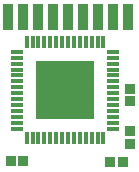
<source format=gts>
G04*
G04 #@! TF.GenerationSoftware,Altium Limited,Altium Designer,18.0.7 (293)*
G04*
G04 Layer_Color=8388736*
%FSLAX25Y25*%
%MOIN*%
G70*
G01*
G75*
%ADD18R,0.03359X0.08674*%
%ADD19R,0.03500X0.03800*%
%ADD20R,0.19698X0.19698*%
%ADD21R,0.04343X0.01784*%
%ADD22R,0.01784X0.04343*%
%ADD23R,0.03800X0.03500*%
D18*
X116100Y185400D02*
D03*
X111100D02*
D03*
X131100D02*
D03*
X126100D02*
D03*
X121100D02*
D03*
X136100D02*
D03*
X141100D02*
D03*
X146100D02*
D03*
X151100D02*
D03*
D19*
X149300Y136900D02*
D03*
X145100D02*
D03*
X116100Y137200D02*
D03*
X111900D02*
D03*
D20*
X130000Y160900D02*
D03*
D21*
X114055Y165821D02*
D03*
Y167790D02*
D03*
Y169758D02*
D03*
Y171727D02*
D03*
Y163853D02*
D03*
Y161884D02*
D03*
Y159916D02*
D03*
X145945Y157947D02*
D03*
Y155979D02*
D03*
Y154010D02*
D03*
Y152042D02*
D03*
Y159916D02*
D03*
Y161884D02*
D03*
Y163853D02*
D03*
X114055Y157947D02*
D03*
Y155979D02*
D03*
Y173695D02*
D03*
X145945Y165821D02*
D03*
Y150073D02*
D03*
Y148105D02*
D03*
X114055Y154010D02*
D03*
Y152042D02*
D03*
Y150073D02*
D03*
Y148105D02*
D03*
X145945Y167790D02*
D03*
Y169758D02*
D03*
Y171727D02*
D03*
Y173695D02*
D03*
D22*
X125079Y144955D02*
D03*
X123110D02*
D03*
X121142D02*
D03*
X119173D02*
D03*
X127047D02*
D03*
X129016D02*
D03*
X130984D02*
D03*
X132953Y176845D02*
D03*
X134921D02*
D03*
X136890D02*
D03*
X138858D02*
D03*
X130984D02*
D03*
X129016D02*
D03*
X127047D02*
D03*
X125079D02*
D03*
X117205Y144955D02*
D03*
X140827Y176845D02*
D03*
X142795D02*
D03*
X132953Y144955D02*
D03*
X134921D02*
D03*
X136890D02*
D03*
X138858D02*
D03*
X140827D02*
D03*
X142795D02*
D03*
X123110Y176845D02*
D03*
X121142D02*
D03*
X119173D02*
D03*
X117205D02*
D03*
D23*
X151700Y147200D02*
D03*
Y143000D02*
D03*
X151600Y161400D02*
D03*
Y157200D02*
D03*
M02*

</source>
